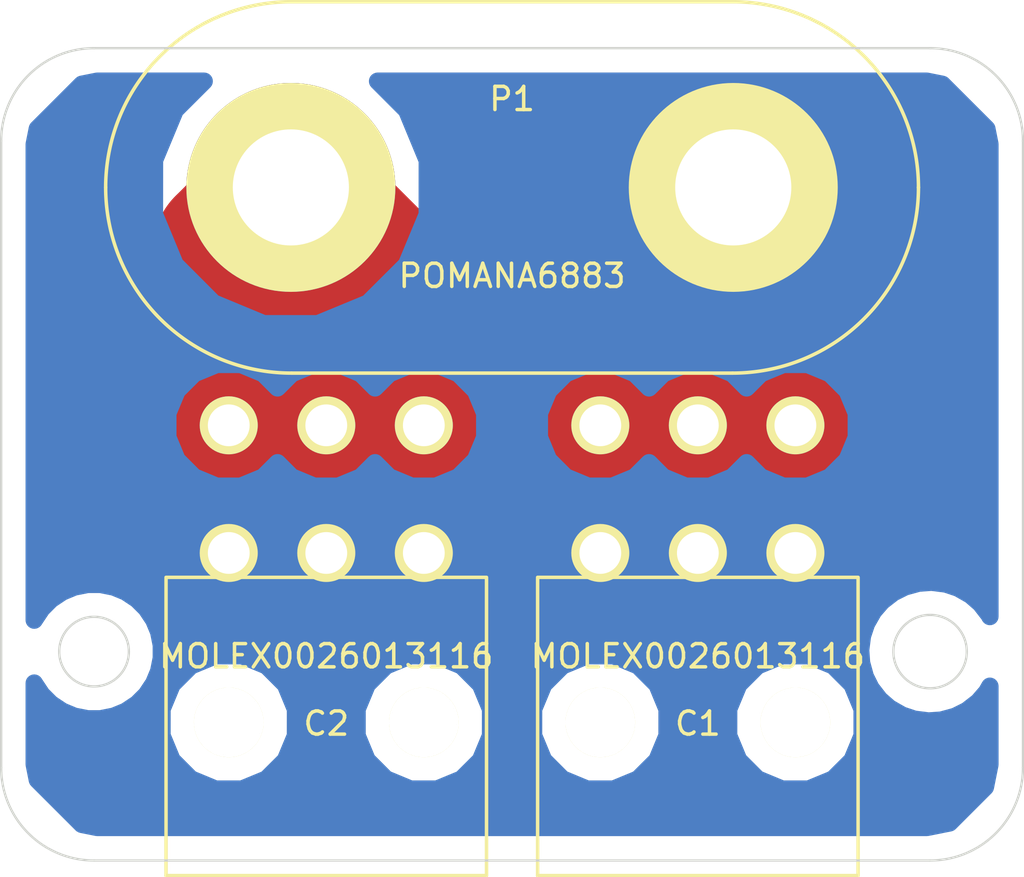
<source format=kicad_pcb>
(kicad_pcb (version 3) (host pcbnew "(2013-jul-07)-stable")

  (general
    (links 12)
    (no_connects 2)
    (area 341.949999 199.174999 386.050001 238.475001)
    (thickness 1.6)
    (drawings 10)
    (tracks 8)
    (zones 0)
    (modules 3)
    (nets 3)
  )

  (page A3)
  (layers
    (15 F.Cu signal)
    (0 B.Cu signal)
    (16 B.Adhes user)
    (17 F.Adhes user)
    (18 B.Paste user)
    (19 F.Paste user)
    (20 B.SilkS user)
    (21 F.SilkS user)
    (22 B.Mask user)
    (23 F.Mask user)
    (24 Dwgs.User user)
    (25 Cmts.User user)
    (26 Eco1.User user)
    (27 Eco2.User user)
    (28 Edge.Cuts user)
  )

  (setup
    (last_trace_width 2.5)
    (trace_clearance 0.75)
    (zone_clearance 1)
    (zone_45_only no)
    (trace_min 0.254)
    (segment_width 0.2)
    (edge_width 0.1)
    (via_size 0.889)
    (via_drill 0.635)
    (via_min_size 0.889)
    (via_min_drill 0.508)
    (uvia_size 0.508)
    (uvia_drill 0.127)
    (uvias_allowed no)
    (uvia_min_size 0.508)
    (uvia_min_drill 0.127)
    (pcb_text_width 0.3)
    (pcb_text_size 1.5 1.5)
    (mod_edge_width 0.15)
    (mod_text_size 1 1)
    (mod_text_width 0.15)
    (pad_size 2.5 2.5)
    (pad_drill 1.8)
    (pad_to_mask_clearance 0)
    (aux_axis_origin 0 0)
    (visible_elements 7FFFFFFF)
    (pcbplotparams
      (layerselection 268468225)
      (usegerberextensions true)
      (excludeedgelayer true)
      (linewidth 0.150000)
      (plotframeref false)
      (viasonmask false)
      (mode 1)
      (useauxorigin false)
      (hpglpennumber 1)
      (hpglpenspeed 20)
      (hpglpendiameter 15)
      (hpglpenoverlay 2)
      (psnegative false)
      (psa4output false)
      (plotreference true)
      (plotvalue true)
      (plotothertext true)
      (plotinvisibletext false)
      (padsonsilk false)
      (subtractmaskfromsilk false)
      (outputformat 1)
      (mirror false)
      (drillshape 0)
      (scaleselection 1)
      (outputdirectory Gerber/))
  )

  (net 0 "")
  (net 1 /GND)
  (net 2 /V_12)

  (net_class Default "This is the default net class."
    (clearance 0.75)
    (trace_width 2.5)
    (via_dia 0.889)
    (via_drill 0.635)
    (uvia_dia 0.508)
    (uvia_drill 0.127)
    (add_net "")
    (add_net /GND)
  )

  (net_class Power ""
    (clearance 0.75)
    (trace_width 6.5)
    (via_dia 0.889)
    (via_drill 0.635)
    (uvia_dia 0.508)
    (uvia_drill 0.127)
    (add_net /V_12)
  )

  (module molex0026013116 (layer F.Cu) (tedit 53DE8F8C) (tstamp 53DE8C3F)
    (at 372 221)
    (path /53DE88BC)
    (fp_text reference C1 (at 0 10.1) (layer F.SilkS)
      (effects (font (size 1 1) (thickness 0.15)))
    )
    (fp_text value MOLEX0026013116 (at 0 7.2) (layer F.SilkS)
      (effects (font (size 1 1) (thickness 0.15)))
    )
    (fp_line (start 6.87 16.65) (end -6.9 16.65) (layer F.SilkS) (width 0.15))
    (fp_line (start -6.9 3.8) (end 6.9 3.8) (layer F.SilkS) (width 0.15))
    (fp_line (start -6.9 16.65) (end -6.9 3.85) (layer F.SilkS) (width 0.15))
    (fp_line (start 6.9 3.85) (end 6.9 16.65) (layer F.SilkS) (width 0.15))
    (pad 1 thru_hole circle (at 4.2 2.75) (size 2.5 2.5) (drill 1.8)
      (layers *.Cu *.Mask F.SilkS)
      (net 1 /GND)
    )
    (pad 2 thru_hole circle (at 0 2.75) (size 2.5 2.5) (drill 1.8)
      (layers *.Cu *.Mask F.SilkS)
      (net 1 /GND)
    )
    (pad 3 thru_hole circle (at -4.2 2.75) (size 2.5 2.5) (drill 1.8)
      (layers *.Cu *.Mask F.SilkS)
      (net 1 /GND)
    )
    (pad 4 thru_hole circle (at 4.2 -2.75) (size 2.5 2.5) (drill 1.8)
      (layers *.Cu *.Mask F.SilkS)
      (net 2 /V_12)
    )
    (pad 5 thru_hole circle (at 0 -2.75) (size 2.5 2.5) (drill 1.8)
      (layers *.Cu *.Mask F.SilkS)
      (net 2 /V_12)
    )
    (pad 6 thru_hole circle (at -4.2 -2.75) (size 2.5 2.5) (drill 1.8)
      (layers *.Cu *.Mask F.SilkS)
      (net 2 /V_12)
    )
    (pad "" np_thru_hole circle (at 4.2 10.05) (size 3 3) (drill 3)
      (layers *.Cu *.Mask F.SilkS)
    )
    (pad "" np_thru_hole circle (at -4.2 10.05) (size 3 3) (drill 3)
      (layers *.Cu *.Mask F.SilkS)
    )
  )

  (module binding_post (layer F.Cu) (tedit 53DD379E) (tstamp 53DE8C5B)
    (at 364 208)
    (path /53DE88AD)
    (fp_text reference P1 (at 0 -3.81) (layer F.SilkS)
      (effects (font (size 1 1) (thickness 0.15)))
    )
    (fp_text value POMANA6883 (at 0 3.81) (layer F.SilkS)
      (effects (font (size 1 1) (thickness 0.15)))
    )
    (fp_arc (start 9.5 0) (end 9.5 -8) (angle 90) (layer F.SilkS) (width 0.15))
    (fp_line (start -9.5 8) (end 9.5 8) (layer F.SilkS) (width 0.15))
    (fp_line (start -9.5 -8) (end 9.5 -8) (layer F.SilkS) (width 0.15))
    (fp_arc (start -9.5 0) (end -9.5 8) (angle 90) (layer F.SilkS) (width 0.15))
    (fp_arc (start -9.5 0) (end -17.5 0) (angle 90) (layer F.SilkS) (width 0.15))
    (fp_arc (start 9.5 0) (end 17.5 0) (angle 90) (layer F.SilkS) (width 0.15))
    (pad 1 thru_hole circle (at 9.525 0) (size 9 9) (drill 5)
      (layers *.Cu *.Mask F.SilkS)
      (net 1 /GND)
    )
    (pad 2 thru_hole circle (at -9.525 0) (size 9 9) (drill 5)
      (layers *.Cu *.Mask F.SilkS)
      (net 2 /V_12)
    )
  )

  (module molex0026013116 (layer F.Cu) (tedit 53DE8F8C) (tstamp 53DE9059)
    (at 356 221)
    (path /53DE88C9)
    (fp_text reference C2 (at 0 10.1) (layer F.SilkS)
      (effects (font (size 1 1) (thickness 0.15)))
    )
    (fp_text value MOLEX0026013116 (at 0 7.2) (layer F.SilkS)
      (effects (font (size 1 1) (thickness 0.15)))
    )
    (fp_line (start 6.87 16.65) (end -6.9 16.65) (layer F.SilkS) (width 0.15))
    (fp_line (start -6.9 3.8) (end 6.9 3.8) (layer F.SilkS) (width 0.15))
    (fp_line (start -6.9 16.65) (end -6.9 3.85) (layer F.SilkS) (width 0.15))
    (fp_line (start 6.9 3.85) (end 6.9 16.65) (layer F.SilkS) (width 0.15))
    (pad 1 thru_hole circle (at 4.2 2.75) (size 2.5 2.5) (drill 1.8)
      (layers *.Cu *.Mask F.SilkS)
      (net 1 /GND)
    )
    (pad 2 thru_hole circle (at 0 2.75) (size 2.5 2.5) (drill 1.8)
      (layers *.Cu *.Mask F.SilkS)
      (net 1 /GND)
    )
    (pad 3 thru_hole circle (at -4.2 2.75) (size 2.5 2.5) (drill 1.8)
      (layers *.Cu *.Mask F.SilkS)
      (net 1 /GND)
    )
    (pad 4 thru_hole circle (at 4.2 -2.75) (size 2.5 2.5) (drill 1.8)
      (layers *.Cu *.Mask F.SilkS)
      (net 2 /V_12)
    )
    (pad 5 thru_hole circle (at 0 -2.75) (size 2.5 2.5) (drill 1.8)
      (layers *.Cu *.Mask F.SilkS)
      (net 2 /V_12)
    )
    (pad 6 thru_hole circle (at -4.2 -2.75) (size 2.5 2.5) (drill 1.8)
      (layers *.Cu *.Mask F.SilkS)
      (net 2 /V_12)
    )
    (pad "" np_thru_hole circle (at 4.2 10.05) (size 3 3) (drill 3)
      (layers *.Cu *.Mask F.SilkS)
    )
    (pad "" np_thru_hole circle (at -4.2 10.05) (size 3 3) (drill 3)
      (layers *.Cu *.Mask F.SilkS)
    )
  )

  (gr_line (start 342 206) (end 342 233) (angle 90) (layer Edge.Cuts) (width 0.1))
  (gr_arc (start 346 206) (end 342 206) (angle 90) (layer Edge.Cuts) (width 0.1))
  (gr_line (start 382 202) (end 346 202) (angle 90) (layer Edge.Cuts) (width 0.1))
  (gr_line (start 386 206) (end 386 233) (angle 90) (layer Edge.Cuts) (width 0.1))
  (gr_arc (start 382 206) (end 382 202) (angle 90) (layer Edge.Cuts) (width 0.1))
  (gr_line (start 346 237) (end 382 237) (angle 90) (layer Edge.Cuts) (width 0.1))
  (gr_arc (start 346 233) (end 346 237) (angle 90) (layer Edge.Cuts) (width 0.1))
  (gr_arc (start 382 233) (end 386 233) (angle 90) (layer Edge.Cuts) (width 0.1))
  (gr_circle (center 346 228) (end 347.5 228) (layer Edge.Cuts) (width 0.1))
  (gr_circle (center 382 228) (end 380.5 227.5) (layer Edge.Cuts) (width 0.1) (tstamp 53DE917F))

  (segment (start 351.8 223.75) (end 376.2 223.75) (width 2.5) (layer F.Cu) (net 1) (status C00000))
  (segment (start 354.475 208) (end 354.475 216.725) (width 6.5) (layer F.Cu) (net 2) (status 400000))
  (segment (start 354.475 216.725) (end 356 218.25) (width 6.5) (layer F.Cu) (net 2) (tstamp 53DE92F4) (status 800000))
  (segment (start 351.8 218.25) (end 351.8 210.675) (width 6.5) (layer F.Cu) (net 2) (status C00000))
  (segment (start 351.8 210.675) (end 354.475 208) (width 6.5) (layer F.Cu) (net 2) (tstamp 53DE92EF) (status C00000))
  (segment (start 367.8 218.25) (end 364.725 218.25) (width 6.5) (layer F.Cu) (net 2) (status 400000))
  (segment (start 364.725 218.25) (end 354.475 208) (width 6.5) (layer F.Cu) (net 2) (tstamp 53DE92EA) (status 800000))
  (segment (start 376.2 218.25) (end 351.8 218.25) (width 6.5) (layer F.Cu) (net 2) (status C00000))

  (zone (net 1) (net_name /GND) (layer B.Cu) (tstamp 53DE9334) (hatch edge 0.508)
    (connect_pads yes (clearance 1))
    (min_thickness 0.75)
    (fill (arc_segments 16) (thermal_gap 1) (thermal_bridge_width 2))
    (polygon
      (pts
        (xy 346 202.5) (xy 382 202.5) (xy 385.5 206) (xy 385.5 233.25) (xy 382.25 236.5)
        (xy 346 236.5) (xy 342.5 233) (xy 342.5 206) (xy 346 202.5)
      )
    )
    (filled_polygon
      (pts
        (xy 384.575 232.865974) (xy 384.380544 233.839125) (xy 382.84086 235.378809) (xy 381.859021 235.575) (xy 379.075497 235.575)
        (xy 379.075497 230.480636) (xy 378.825454 229.875485) (xy 378.825454 217.730146) (xy 378.426664 216.765) (xy 377.688884 216.025932)
        (xy 376.724435 215.625457) (xy 375.680146 215.624546) (xy 374.715 216.023336) (xy 374.099574 216.637688) (xy 373.488884 216.025932)
        (xy 372.524435 215.625457) (xy 371.480146 215.624546) (xy 370.515 216.023336) (xy 369.899574 216.637688) (xy 369.288884 216.025932)
        (xy 368.324435 215.625457) (xy 367.280146 215.624546) (xy 366.315 216.023336) (xy 365.575932 216.761116) (xy 365.175457 217.725565)
        (xy 365.174546 218.769854) (xy 365.573336 219.735) (xy 366.311116 220.474068) (xy 367.275565 220.874543) (xy 368.319854 220.875454)
        (xy 369.285 220.476664) (xy 369.900425 219.862311) (xy 370.511116 220.474068) (xy 371.475565 220.874543) (xy 372.519854 220.875454)
        (xy 373.485 220.476664) (xy 374.100425 219.862311) (xy 374.711116 220.474068) (xy 375.675565 220.874543) (xy 376.719854 220.875454)
        (xy 377.685 220.476664) (xy 378.424068 219.738884) (xy 378.824543 218.774435) (xy 378.825454 217.730146) (xy 378.825454 229.875485)
        (xy 378.638727 229.423571) (xy 377.830683 228.614115) (xy 376.774382 228.175501) (xy 375.630636 228.174503) (xy 374.573571 228.611273)
        (xy 373.764115 229.419317) (xy 373.325501 230.475618) (xy 373.324503 231.619364) (xy 373.761273 232.676429) (xy 374.569317 233.485885)
        (xy 375.625618 233.924499) (xy 376.769364 233.925497) (xy 377.826429 233.488727) (xy 378.635885 232.680683) (xy 379.074499 231.624382)
        (xy 379.075497 230.480636) (xy 379.075497 235.575) (xy 370.675497 235.575) (xy 370.675497 230.480636) (xy 370.238727 229.423571)
        (xy 369.430683 228.614115) (xy 368.374382 228.175501) (xy 367.230636 228.174503) (xy 366.173571 228.611273) (xy 365.364115 229.419317)
        (xy 364.925501 230.475618) (xy 364.924503 231.619364) (xy 365.361273 232.676429) (xy 366.169317 233.485885) (xy 367.225618 233.924499)
        (xy 368.369364 233.925497) (xy 369.426429 233.488727) (xy 370.235885 232.680683) (xy 370.674499 231.624382) (xy 370.675497 230.480636)
        (xy 370.675497 235.575) (xy 363.075497 235.575) (xy 363.075497 230.480636) (xy 362.825454 229.875485) (xy 362.825454 217.730146)
        (xy 362.426664 216.765) (xy 361.688884 216.025932) (xy 360.724435 215.625457) (xy 359.680146 215.624546) (xy 358.715 216.023336)
        (xy 358.099574 216.637688) (xy 357.488884 216.025932) (xy 356.524435 215.625457) (xy 355.480146 215.624546) (xy 354.515 216.023336)
        (xy 353.899574 216.637688) (xy 353.288884 216.025932) (xy 352.324435 215.625457) (xy 351.280146 215.624546) (xy 350.315 216.023336)
        (xy 349.575932 216.761116) (xy 349.175457 217.725565) (xy 349.174546 218.769854) (xy 349.573336 219.735) (xy 350.311116 220.474068)
        (xy 351.275565 220.874543) (xy 352.319854 220.875454) (xy 353.285 220.476664) (xy 353.900425 219.862311) (xy 354.511116 220.474068)
        (xy 355.475565 220.874543) (xy 356.519854 220.875454) (xy 357.485 220.476664) (xy 358.100425 219.862311) (xy 358.711116 220.474068)
        (xy 359.675565 220.874543) (xy 360.719854 220.875454) (xy 361.685 220.476664) (xy 362.424068 219.738884) (xy 362.824543 218.774435)
        (xy 362.825454 217.730146) (xy 362.825454 229.875485) (xy 362.638727 229.423571) (xy 361.830683 228.614115) (xy 360.774382 228.175501)
        (xy 359.630636 228.174503) (xy 358.573571 228.611273) (xy 357.764115 229.419317) (xy 357.325501 230.475618) (xy 357.324503 231.619364)
        (xy 357.761273 232.676429) (xy 358.569317 233.485885) (xy 359.625618 233.924499) (xy 360.769364 233.925497) (xy 361.826429 233.488727)
        (xy 362.635885 232.680683) (xy 363.074499 231.624382) (xy 363.075497 230.480636) (xy 363.075497 235.575) (xy 354.675497 235.575)
        (xy 354.675497 230.480636) (xy 354.238727 229.423571) (xy 353.430683 228.614115) (xy 352.374382 228.175501) (xy 351.230636 228.174503)
        (xy 350.173571 228.611273) (xy 349.364115 229.419317) (xy 348.925501 230.475618) (xy 348.924503 231.619364) (xy 349.361273 232.676429)
        (xy 350.169317 233.485885) (xy 351.225618 233.924499) (xy 352.369364 233.925497) (xy 353.426429 233.488727) (xy 354.235885 232.680683)
        (xy 354.674499 231.624382) (xy 354.675497 230.480636) (xy 354.675497 235.575) (xy 346.134025 235.575) (xy 345.473304 235.442974)
        (xy 343.55876 233.52843) (xy 343.425 232.859021) (xy 343.425 229.355853) (xy 343.428646 229.364678) (xy 343.75338 229.851596)
        (xy 344.146194 230.245096) (xy 344.148577 230.246085) (xy 344.148687 230.246195) (xy 344.631428 230.568143) (xy 344.633254 230.569972)
        (xy 345.146752 230.783195) (xy 345.720676 230.897876) (xy 346.276683 230.898361) (xy 346.279066 230.897376) (xy 346.279223 230.897376)
        (xy 346.848224 230.783677) (xy 346.850809 230.78368) (xy 347.364678 230.571354) (xy 347.851596 230.24662) (xy 348.245096 229.853806)
        (xy 348.246085 229.851422) (xy 348.246195 229.851313) (xy 348.568143 229.368571) (xy 348.569972 229.366746) (xy 348.783195 228.853248)
        (xy 348.897876 228.279324) (xy 348.897877 228.277853) (xy 348.898361 228.276683) (xy 348.898119 228) (xy 348.898361 227.723317)
        (xy 348.897877 227.722146) (xy 348.897876 227.720676) (xy 348.783195 227.146752) (xy 348.569972 226.633254) (xy 348.568143 226.631428)
        (xy 348.246195 226.148687) (xy 348.246085 226.148577) (xy 348.245096 226.146194) (xy 347.851596 225.75338) (xy 347.364678 225.428646)
        (xy 346.850809 225.21632) (xy 346.848224 225.216322) (xy 346.279223 225.102624) (xy 346.279066 225.102623) (xy 346.276683 225.101639)
        (xy 345.720676 225.102124) (xy 345.146752 225.216805) (xy 344.633254 225.430028) (xy 344.631428 225.431856) (xy 344.148687 225.753805)
        (xy 344.148577 225.753914) (xy 344.146194 225.754904) (xy 343.75338 226.148404) (xy 343.428646 226.635322) (xy 343.425 226.644146)
        (xy 343.425 206.140978) (xy 343.55876 205.471569) (xy 345.473304 203.557025) (xy 346.134025 203.425) (xy 350.742227 203.425)
        (xy 349.497322 204.667735) (xy 348.601022 206.826263) (xy 348.598982 209.163483) (xy 349.491513 211.323572) (xy 351.142735 212.977678)
        (xy 353.301263 213.873978) (xy 355.638483 213.876018) (xy 357.798572 212.983487) (xy 359.452678 211.332265) (xy 360.348978 209.173737)
        (xy 360.351018 206.836517) (xy 359.458487 204.676428) (xy 358.20924 203.425) (xy 381.859021 203.425) (xy 382.52843 203.55876)
        (xy 384.442974 205.473304) (xy 384.575 206.134025) (xy 384.575 226.489175) (xy 384.540185 226.4195) (xy 384.539556 226.418954)
        (xy 384.161936 225.932129) (xy 383.741993 225.567722) (xy 383.741204 225.567459) (xy 383.206029 225.2622) (xy 382.6786 225.086237)
        (xy 382.677774 225.086295) (xy 382.066515 225.009076) (xy 381.511896 225.048345) (xy 381.511159 225.048712) (xy 380.916874 225.211292)
        (xy 380.4195 225.459815) (xy 380.418954 225.460443) (xy 379.932129 225.838064) (xy 379.567722 226.258007) (xy 379.567459 226.258795)
        (xy 379.2622 226.793971) (xy 379.086237 227.3214) (xy 379.086295 227.322225) (xy 379.009076 227.933485) (xy 379.048345 228.488104)
        (xy 379.211136 229.083169) (xy 379.45966 229.580542) (xy 379.460233 229.581039) (xy 379.837936 230.06797) (xy 380.257878 230.432377)
        (xy 380.258604 230.432619) (xy 380.79389 230.737941) (xy 381.321319 230.913904) (xy 381.322086 230.913849) (xy 381.933464 230.991085)
        (xy 382.488084 230.951816) (xy 382.488771 230.951472) (xy 383.083169 230.788864) (xy 383.580542 230.54034) (xy 383.581039 230.539766)
        (xy 384.06797 230.162064) (xy 384.432377 229.742122) (xy 384.432619 229.741395) (xy 384.575 229.491775) (xy 384.575 232.865974)
      )
    )
  )
)

</source>
